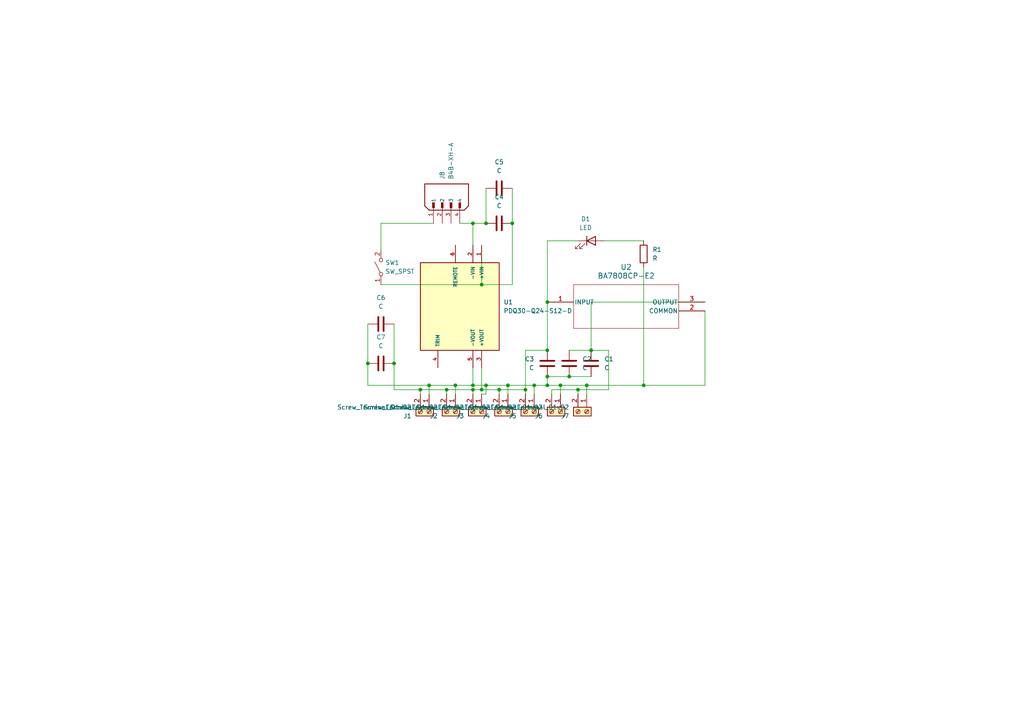
<source format=kicad_sch>
(kicad_sch (version 20231120) (generator "eeschema") (generator_version "8.0")
  (paper "A4")
  (lib_symbols
    (symbol "2024-11-14_10-21-20:BA7808CP-E2" (pin_names (offset 0.254))
      (property "Reference" "U" (at 22.86 10.16 0))
      (property "Value" "BA7808CP-E2" (at 22.86 7.62 0))
      (symbol "BA7808CP-E2_1_1"
        (polyline (pts (xy 7.62 -7.62) (xy 38.1 -7.62)) (stroke (width 0.127)))
        (polyline (pts (xy 7.62 5.08) (xy 7.62 -7.62)) (stroke (width 0.127)))
        (polyline (pts (xy 38.1 -7.62) (xy 38.1 5.08)) (stroke (width 0.127)))
        (polyline (pts (xy 38.1 5.08) (xy 7.62 5.08)) (stroke (width 0.127)))
        (pin unspecified line (at 0 0 0) (length 7.62) (name "INPUT") (number "1"))
        (pin unspecified line (at 45.72 -2.54 180) (length 7.62) (name "COMMON") (number "2"))
        (pin output line (at 45.72 0 180) (length 7.62) (name "OUTPUT") (number "3"))
      )
    )
    (symbol "B4B-XH-A:B4B-XH-A" (pin_names (offset 1.016))
      (property "Reference" "J" (at -2.54 6.35 0))
      (property "Value" "B4B-XH-A" (at -2.54 -10.16 0))
      (symbol "B4B-XH-A_0_0"
        (rectangle (start -3.175 -5.3975) (end -1.5875 -4.7625) (stroke (width 0.1)) (fill (type outline)))
        (rectangle (start -3.175 -2.8575) (end -1.5875 -2.2225) (stroke (width 0.1)) (fill (type outline)))
        (rectangle (start -3.175 -0.3175) (end -1.5875 0.3175) (stroke (width 0.1)) (fill (type outline)))
        (rectangle (start -3.175 2.2225) (end -1.5875 2.8575) (stroke (width 0.1)) (fill (type outline)))
        (polyline (pts (xy -3.81 -6.35) (xy -2.54 -7.62)) (stroke (width 0.254)))
        (polyline (pts (xy -3.81 3.81) (xy -3.81 -6.35)) (stroke (width 0.254)))
        (polyline (pts (xy -3.81 3.81) (xy -2.54 5.08)) (stroke (width 0.254)))
        (polyline (pts (xy -2.54 -7.62) (xy 3.81 -7.62)) (stroke (width 0.254)))
        (polyline (pts (xy 3.81 -7.62) (xy 3.81 5.08)) (stroke (width 0.254)))
        (polyline (pts (xy 3.81 5.08) (xy -2.54 5.08)) (stroke (width 0.254)))
        (pin passive line (at -7.62 2.54 0) (length 5.08) (name "1") (number "1"))
        (pin passive line (at -7.62 0 0) (length 5.08) (name "2") (number "2"))
        (pin passive line (at -7.62 -2.54 0) (length 5.08) (name "3") (number "3"))
        (pin passive line (at -7.62 -5.08 0) (length 5.08) (name "4") (number "4"))
      )
    )
    (symbol "Connector:Screw_Terminal_01x02" (pin_names (offset 1.016) hide)
      (property "Reference" "J" (at 0 2.54 0))
      (property "Value" "Screw_Terminal_01x02" (at 0 -5.08 0))
      (symbol "Screw_Terminal_01x02_1_1"
        (rectangle (start -1.27 1.27) (end 1.27 -3.81) (stroke (width 0.254)) (fill (type background)))
        (circle (center 0 -2.54) (radius 0.635) (stroke (width 0.1524)))
        (polyline (pts (xy -0.5334 -2.2098) (xy 0.3302 -3.048)) (stroke (width 0.1524)))
        (polyline (pts (xy -0.5334 0.3302) (xy 0.3302 -0.508)) (stroke (width 0.1524)))
        (polyline (pts (xy -0.3556 -2.032) (xy 0.508 -2.8702)) (stroke (width 0.1524)))
        (polyline (pts (xy -0.3556 0.508) (xy 0.508 -0.3302)) (stroke (width 0.1524)))
        (circle (center 0 0) (radius 0.635) (stroke (width 0.1524)))
        (pin passive line (at -5.08 0 0) (length 3.81) (name "Pin_1") (number "1"))
        (pin passive line (at -5.08 -2.54 0) (length 3.81) (name "Pin_2") (number "2"))
      )
    )
    (symbol "Device:C" (pin_numbers hide) (pin_names (offset 0.254))
      (property "Reference" "C" (at 0.635 2.54 0))
      (property "Value" "C" (at 0.635 -2.54 0))
      (symbol "C_0_1"
        (polyline (pts (xy -2.032 -0.762) (xy 2.032 -0.762)) (stroke (width 0.508)))
        (polyline (pts (xy -2.032 0.762) (xy 2.032 0.762)) (stroke (width 0.508)))
      )
      (symbol "C_1_1"
        (pin passive line (at 0 3.81 270) (length 2.794) (name "~") (number "1"))
        (pin passive line (at 0 -3.81 90) (length 2.794) (name "~") (number "2"))
      )
    )
    (symbol "Device:LED" (pin_numbers hide) (pin_names (offset 1.016) hide)
      (property "Reference" "D" (at 0 2.54 0))
      (property "Value" "LED" (at 0 -2.54 0))
      (symbol "LED_0_1"
        (polyline (pts (xy -1.27 -1.27) (xy -1.27 1.27)) (stroke (width 0.254)))
        (polyline (pts (xy -1.27 0) (xy 1.27 0)))
        (polyline (pts (xy 1.27 -1.27) (xy 1.27 1.27) (xy -1.27 0) (xy 1.27 -1.27)) (stroke (width 0.254)))
        (polyline (pts (xy -3.048 -0.762) (xy -4.572 -2.286) (xy -3.81 -2.286) (xy -4.572 -2.286) (xy -4.572 -1.524)))
        (polyline (pts (xy -1.778 -0.762) (xy -3.302 -2.286) (xy -2.54 -2.286) (xy -3.302 -2.286) (xy -3.302 -1.524)))
      )
      (symbol "LED_1_1"
        (pin passive line (at -3.81 0 0) (length 2.54) (name "K") (number "1"))
        (pin passive line (at 3.81 0 180) (length 2.54) (name "A") (number "2"))
      )
    )
    (symbol "Device:R" (pin_numbers hide) (pin_names (offset 0))
      (property "Reference" "R" (at 2.032 0 90))
      (property "Value" "R" (at 0 0 90))
      (symbol "R_0_1"
        (rectangle (start -1.016 -2.54) (end 1.016 2.54) (stroke (width 0.254)))
      )
      (symbol "R_1_1"
        (pin passive line (at 0 3.81 270) (length 1.27) (name "~") (number "1"))
        (pin passive line (at 0 -3.81 90) (length 1.27) (name "~") (number "2"))
      )
    )
    (symbol "PDQ30-Q24-S12-D:PDQ30-Q24-S12-D" (pin_names (offset 1.016))
      (property "Reference" "U" (at -12.7244 10.1795 0))
      (property "Value" "PDQ30-Q24-S12-D" (at -12.746 -15.2952 0))
      (symbol "PDQ30-Q24-S12-D_0_0"
        (rectangle (start -12.7 -12.7) (end 12.7 10.16) (stroke (width 0.254)) (fill (type background)))
        (pin input line (at -17.78 5.08 0) (length 5.08) (name "+VIN") (number "1"))
        (pin input line (at -17.78 2.54 0) (length 5.08) (name "-VIN") (number "2"))
        (pin output line (at 17.78 5.08 180) (length 5.08) (name "+VOUT") (number "3"))
        (pin passive line (at 17.78 -7.62 180) (length 5.08) (name "TRIM") (number "4"))
        (pin output line (at 17.78 2.54 180) (length 5.08) (name "-VOUT") (number "5"))
        (pin input line (at -17.78 -2.54 0) (length 5.08) (name "REMOTE") (number "6"))
      )
    )
    (symbol "Switch:SW_SPST" (pin_names (offset 0) hide)
      (property "Reference" "SW" (at 0 3.175 0))
      (property "Value" "SW_SPST" (at 0 -2.54 0))
      (symbol "SW_SPST_0_0"
        (circle (center -2.032 0) (radius 0.508))
        (polyline (pts (xy -1.524 0.254) (xy 1.524 1.778)))
        (circle (center 2.032 0) (radius 0.508))
      )
      (symbol "SW_SPST_1_1"
        (pin passive line (at -5.08 0 0) (length 2.54) (name "A") (number "1"))
        (pin passive line (at 5.08 0 180) (length 2.54) (name "B") (number "2"))
      )
    )
  )
  (junction (at 152.4 113.03))
  (junction (at 158.75 109.22))
  (junction (at 139.7 82.55))
  (junction (at 124.46 111.76))
  (junction (at 137.16 64.77))
  (junction (at 114.3 105.41))
  (junction (at 165.1 109.22))
  (junction (at 154.94 111.76))
  (junction (at 137.16 113.03))
  (junction (at 137.16 111.76))
  (junction (at 144.78 113.03))
  (junction (at 158.75 111.76))
  (junction (at 140.97 64.77))
  (junction (at 147.32 111.76))
  (junction (at 158.75 101.6))
  (junction (at 139.7 113.03))
  (junction (at 186.69 111.76))
  (junction (at 167.64 113.03))
  (junction (at 121.92 113.03))
  (junction (at 148.59 64.77))
  (junction (at 129.54 113.03))
  (junction (at 162.56 111.76))
  (junction (at 140.97 111.76))
  (junction (at 106.68 105.41))
  (junction (at 171.45 101.6))
  (junction (at 132.08 111.76))
  (junction (at 158.75 87.63))
  (junction (at 170.18 111.76))
  (wire (pts (xy 171.45 87.63) (xy 171.45 101.6)))
  (wire (pts (xy 147.32 111.76) (xy 147.32 114.3)))
  (wire (pts (xy 139.7 82.55) (xy 139.7 71.12)))
  (wire (pts (xy 137.16 113.03) (xy 137.16 114.3)))
  (wire (pts (xy 152.4 113.03) (xy 152.4 101.6)))
  (wire (pts (xy 106.68 93.98) (xy 106.68 105.41)))
  (wire (pts (xy 148.59 82.55) (xy 148.59 64.77)))
  (wire (pts (xy 132.08 111.76) (xy 132.08 114.3)))
  (wire (pts (xy 114.3 105.41) (xy 114.3 113.03)))
  (wire (pts (xy 132.08 111.76) (xy 124.46 111.76)))
  (wire (pts (xy 158.75 101.6) (xy 158.75 87.63)))
  (wire (pts (xy 110.49 64.77) (xy 125.73 64.77)))
  (wire (pts (xy 176.53 101.6) (xy 176.53 113.03)))
  (wire (pts (xy 110.49 72.39) (xy 110.49 64.77)))
  (wire (pts (xy 114.3 93.98) (xy 114.3 105.41)))
  (wire (pts (xy 144.78 113.03) (xy 152.4 113.03)))
  (wire (pts (xy 170.18 114.3) (xy 170.18 111.76)))
  (wire (pts (xy 170.18 111.76) (xy 162.56 111.76)))
  (wire (pts (xy 165.1 109.22) (xy 171.45 109.22)))
  (wire (pts (xy 165.1 101.6) (xy 171.45 101.6)))
  (wire (pts (xy 144.78 113.03) (xy 144.78 114.3)))
  (wire (pts (xy 175.26 69.85) (xy 186.69 69.85)))
  (wire (pts (xy 158.75 109.22) (xy 165.1 109.22)))
  (wire (pts (xy 158.75 69.85) (xy 167.64 69.85)))
  (wire (pts (xy 171.45 101.6) (xy 176.53 101.6)))
  (wire (pts (xy 162.56 111.76) (xy 162.56 114.3)))
  (wire (pts (xy 147.32 111.76) (xy 140.97 111.76)))
  (wire (pts (xy 204.47 87.63) (xy 171.45 87.63)))
  (wire (pts (xy 162.56 111.76) (xy 158.75 111.76)))
  (wire (pts (xy 160.02 113.03) (xy 160.02 114.3)))
  (wire (pts (xy 158.75 87.63) (xy 158.75 69.85)))
  (wire (pts (xy 176.53 113.03) (xy 167.64 113.03)))
  (wire (pts (xy 204.47 111.76) (xy 204.47 90.17)))
  (wire (pts (xy 124.46 111.76) (xy 106.68 111.76)))
  (wire (pts (xy 139.7 113.03) (xy 144.78 113.03)))
  (wire (pts (xy 137.16 64.77) (xy 137.16 71.12)))
  (wire (pts (xy 140.97 114.3) (xy 139.7 114.3)))
  (wire (pts (xy 170.18 111.76) (xy 186.69 111.76)))
  (wire (pts (xy 124.46 111.76) (xy 124.46 114.3)))
  (wire (pts (xy 137.16 64.77) (xy 140.97 64.77)))
  (wire (pts (xy 167.64 113.03) (xy 167.64 114.3)))
  (wire (pts (xy 114.3 113.03) (xy 121.92 113.03)))
  (wire (pts (xy 121.92 113.03) (xy 121.92 114.3)))
  (wire (pts (xy 167.64 113.03) (xy 160.02 113.03)))
  (wire (pts (xy 154.94 111.76) (xy 147.32 111.76)))
  (wire (pts (xy 158.75 109.22) (xy 158.75 111.76)))
  (wire (pts (xy 140.97 111.76) (xy 137.16 111.76)))
  (wire (pts (xy 129.54 113.03) (xy 129.54 114.3)))
  (wire (pts (xy 139.7 106.68) (xy 139.7 113.03)))
  (wire (pts (xy 186.69 111.76) (xy 204.47 111.76)))
  (wire (pts (xy 148.59 54.61) (xy 148.59 64.77)))
  (wire (pts (xy 110.49 82.55) (xy 139.7 82.55)))
  (wire (pts (xy 186.69 77.47) (xy 186.69 111.76)))
  (wire (pts (xy 140.97 54.61) (xy 140.97 64.77)))
  (wire (pts (xy 154.94 111.76) (xy 154.94 114.3)))
  (wire (pts (xy 106.68 105.41) (xy 106.68 111.76)))
  (wire (pts (xy 139.7 82.55) (xy 148.59 82.55)))
  (wire (pts (xy 133.35 64.77) (xy 137.16 64.77)))
  (wire (pts (xy 152.4 113.03) (xy 152.4 114.3)))
  (wire (pts (xy 137.16 113.03) (xy 139.7 113.03)))
  (wire (pts (xy 129.54 113.03) (xy 137.16 113.03)))
  (wire (pts (xy 137.16 106.68) (xy 137.16 111.76)))
  (wire (pts (xy 121.92 113.03) (xy 129.54 113.03)))
  (wire (pts (xy 152.4 101.6) (xy 158.75 101.6)))
  (wire (pts (xy 140.97 111.76) (xy 140.97 114.3)))
  (wire (pts (xy 137.16 111.76) (xy 132.08 111.76)))
  (wire (pts (xy 158.75 111.76) (xy 154.94 111.76)))
  (symbol (lib_id "Device:C") (at 158.75 105.41 0) (mirror y) (unit 1)
    (property "Reference" "C3" (at 154.94 104.1399 0) (effects (justify left)))
    (property "Value" "C" (at 154.94 106.6799 0) (effects (justify left)))
    (property "Description" "Unpolarized capacitor" (effects (hide yes)))
  )
  (symbol (lib_id "Connector:Screw_Terminal_01x02") (at 139.7 119.38 270) (unit 1)
    (property "Reference" "J3" (at 134.62 120.6501 90) (effects (justify right)))
    (property "Value" "Screw_Terminal_01x02" (at 134.62 118.1101 90) (effects (justify right)))
    (property "Description" "Generic screw terminal, single row, 01x02, script generated (kicad-library-utils/schlib/autogen/connector/)" (effects (hide yes)))
  )
  (symbol (lib_id "Device:C") (at 144.78 54.61 90) (unit 1)
    (property "Reference" "C5" (at 144.78 46.99 90))
    (property "Value" "C" (at 144.78 49.53 90))
    (property "Description" "Unpolarized capacitor" (effects (hide yes)))
  )
  (symbol (lib_id "Connector:Screw_Terminal_01x02") (at 162.56 119.38 270) (unit 1)
    (property "Reference" "J6" (at 157.48 120.6501 90) (effects (justify right)))
    (property "Value" "Screw_Terminal_01x02" (at 157.48 118.1101 90) (effects (justify right)))
    (property "Description" "Generic screw terminal, single row, 01x02, script generated (kicad-library-utils/schlib/autogen/connector/)" (effects (hide yes)))
  )
  (symbol (lib_id "B4B-XH-A:B4B-XH-A") (at 128.27 57.15 90) (unit 1)
    (property "Reference" "J8" (at 128.2699 52.07 0) (effects (justify left)))
    (property "Value" "B4B-XH-A" (at 130.8099 52.07 0) (effects (justify left)))
    (property "Footprint" "B4B-XH-A:JST_B4B-XH-A" (effects (hide yes)))
    (property "PARTREV" "7/4/21" (effects (hide yes)))
    (property "STANDARD" "Manufacturer Recommendations" (effects (hide yes)))
    (property "MAXIMUM_PACKAGE_HEIGHT" "7.00 mm" (effects (hide yes)))
    (property "MANUFACTURER" "JST" (effects (hide yes)))
  )
  (symbol (lib_id "Connector:Screw_Terminal_01x02") (at 154.94 119.38 270) (unit 1)
    (property "Reference" "J5" (at 149.86 120.6501 90) (effects (justify right)))
    (property "Value" "Screw_Terminal_01x02" (at 149.86 118.1101 90) (effects (justify right)))
    (property "Description" "Generic screw terminal, single row, 01x02, script generated (kicad-library-utils/schlib/autogen/connector/)" (effects (hide yes)))
  )
  (symbol (lib_id "Connector:Screw_Terminal_01x02") (at 124.46 119.38 270) (unit 1)
    (property "Reference" "J1" (at 119.38 120.6501 90) (effects (justify right)))
    (property "Value" "Screw_Terminal_01x02" (at 119.38 118.1101 90) (effects (justify right)))
    (property "Description" "Generic screw terminal, single row, 01x02, script generated (kicad-library-utils/schlib/autogen/connector/)" (effects (hide yes)))
  )
  (symbol (lib_id "Device:C") (at 110.49 93.98 90) (unit 1)
    (property "Reference" "C6" (at 110.49 86.36 90))
    (property "Value" "C" (at 110.49 88.9 90))
    (property "Description" "Unpolarized capacitor" (effects (hide yes)))
  )
  (symbol (lib_id "Connector:Screw_Terminal_01x02") (at 170.18 119.38 270) (unit 1)
    (property "Reference" "J7" (at 165.1 120.6501 90) (effects (justify right)))
    (property "Value" "Screw_Terminal_01x02" (at 165.1 118.1101 90) (effects (justify right)))
    (property "Description" "Generic screw terminal, single row, 01x02, script generated (kicad-library-utils/schlib/autogen/connector/)" (effects (hide yes)))
  )
  (symbol (lib_id "Device:C") (at 165.1 105.41 0) (unit 1)
    (property "Reference" "C2" (at 168.91 104.1399 0) (effects (justify left)))
    (property "Value" "C" (at 168.91 106.6799 0) (effects (justify left)))
    (property "Description" "Unpolarized capacitor" (effects (hide yes)))
  )
  (symbol (lib_id "2024-11-14_10-21-20:BA7808CP-E2") (at 158.75 87.63 0) (unit 1)
    (property "Reference" "U2" (at 181.61 77.47 0) (effects (font (size 1.524 1.524))))
    (property "Value" "BA7808CP-E2" (at 181.61 80.01 0) (effects (font (size 1.524 1.524))))
    (property "Footprint" "TO220CP-3_ROM" (effects (hide yes)))
    (property "Datasheet" "BA7808CP-E2" (effects (hide yes)))
  )
  (symbol (lib_id "PDQ30-Q24-S12-D:PDQ30-Q24-S12-D") (at 134.62 88.9 270) (unit 1)
    (property "Reference" "U1" (at 146.05 87.6299 90) (effects (justify left)))
    (property "Value" "PDQ30-Q24-S12-D" (at 146.05 90.1699 90) (effects (justify left)))
    (property "Footprint" "PDQ30-Q24-S12-D:CONV_PDQ30-Q24-S12-D" (effects (hide yes)))
    (property "PARTREV" "1.0" (effects (hide yes)))
    (property "MANUFACTURER" "CUI Inc" (effects (hide yes)))
    (property "STANDARD" "Manufacturer Recommendations" (effects (hide yes)))
  )
  (symbol (lib_id "Device:R") (at 186.69 73.66 0) (unit 1)
    (property "Reference" "R1" (at 189.23 72.3899 0) (effects (justify left)))
    (property "Value" "R" (at 189.23 74.9299 0) (effects (justify left)))
    (property "Description" "Resistor" (effects (hide yes)))
  )
  (symbol (lib_id "Connector:Screw_Terminal_01x02") (at 132.08 119.38 270) (unit 1)
    (property "Reference" "J2" (at 127 120.6501 90) (effects (justify right)))
    (property "Value" "Screw_Terminal_01x02" (at 127 118.1101 90) (effects (justify right)))
    (property "Description" "Generic screw terminal, single row, 01x02, script generated (kicad-library-utils/schlib/autogen/connector/)" (effects (hide yes)))
  )
  (symbol (lib_id "Device:C") (at 171.45 105.41 0) (unit 1)
    (property "Reference" "C1" (at 175.26 104.1399 0) (effects (justify left)))
    (property "Value" "C" (at 175.26 106.6799 0) (effects (justify left)))
    (property "Description" "Unpolarized capacitor" (effects (hide yes)))
  )
  (symbol (lib_id "Switch:SW_SPST") (at 110.49 77.47 90) (unit 1)
    (property "Reference" "SW1" (at 111.76 76.1999 90) (effects (justify right)))
    (property "Value" "SW_SPST" (at 111.76 78.7399 90) (effects (justify right)))
    (property "Description" "Single Pole Single Throw (SPST) switch" (effects (hide yes)))
  )
  (symbol (lib_id "Device:C") (at 110.49 105.41 90) (unit 1)
    (property "Reference" "C7" (at 110.49 97.79 90))
    (property "Value" "C" (at 110.49 100.33 90))
    (property "Description" "Unpolarized capacitor" (effects (hide yes)))
  )
  (symbol (lib_id "Device:LED") (at 171.45 69.85 0) (unit 1)
    (property "Reference" "D1" (at 169.8625 63.5 0))
    (property "Value" "LED" (at 169.8625 66.04 0))
    (property "Description" "Light emitting diode" (effects (hide yes)))
  )
  (symbol (lib_id "Connector:Screw_Terminal_01x02") (at 147.32 119.38 270) (unit 1)
    (property "Reference" "J4" (at 142.24 120.6501 90) (effects (justify right)))
    (property "Value" "Screw_Terminal_01x02" (at 142.24 118.1101 90) (effects (justify right)))
    (property "Description" "Generic screw terminal, single row, 01x02, script generated (kicad-library-utils/schlib/autogen/connector/)" (effects (hide yes)))
  )
  (symbol (lib_id "Device:C") (at 144.78 64.77 90) (unit 1)
    (property "Reference" "C4" (at 144.78 57.15 90))
    (property "Value" "C" (at 144.78 59.69 90))
    (property "Description" "Unpolarized capacitor" (effects (hide yes)))
  )
)
</source>
